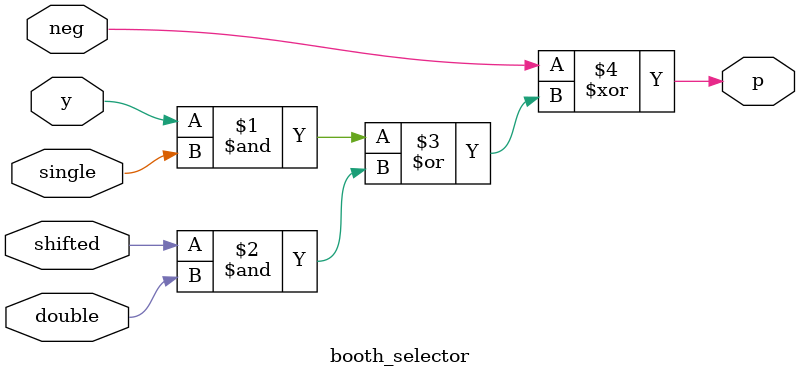
<source format=v>
module booth_selector (double, shifted, single, y, neg, p);

input double;

input shifted;

input single;

input y;

input neg;

output p;

assign  p = (neg ^ ((y & single) | (shifted & double)));

endmodule

</source>
